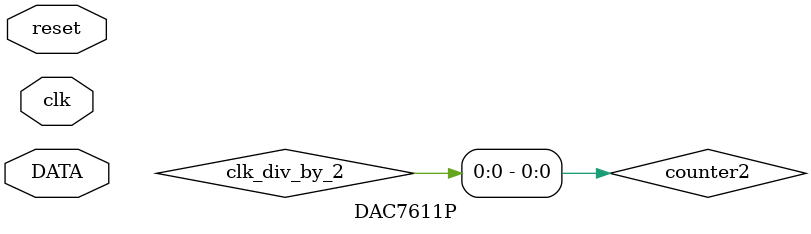
<source format=v>
module DAC7611P(
    input clk, reset,
    input [11:0] DATA
);
    //CS, CLK, SDI, LD, CLR
    //input enable,
    //output CLK;
    //output reg CS, SDI, LD, CLR;

    reg [5:0] state;
    reg [5:0] nextstate;

    always@(posedge clk or negedge reset) begin
        if(!reset)
            state <= 6'd0;
        else
            state <= nextstate;
    end

    always@(*) begin
        case(state)
        6'd0: nextstate = 6'd1;
        6'd1: nextstate = 6'd2;
        6'd2: nextstate = 6'd3;
        6'd3: nextstate = 6'd4;
        6'd4: nextstate = 6'd5;
        6'd5: nextstate = 6'd6;
        6'd6: nextstate = 6'd7;
        6'd7: nextstate = 6'd8;
        6'd8: nextstate = 6'd9;
        6'd9: nextstate = 6'd10;
        6'd10: nextstate = 6'd11;
        6'd11: nextstate = 6'd12;
        6'd12: nextstate = 6'd13;
        6'd13: nextstate = 6'd14;
        6'd14: nextstate = 6'd15;
        6'd15: nextstate = 6'd16;
        6'd16: nextstate = 6'd17;
        6'd17: nextstate = 6'd18;
        6'd18: nextstate = 6'd19;
        6'd19: nextstate = 6'd20;
        6'd20: nextstate = 6'd21;
        6'd21: nextstate = 6'd22;
        6'd22: nextstate = 6'd23;
        6'd23: nextstate = 6'd24;
        6'd24: nextstate = 6'd25;
        6'd25: nextstate = 6'd26;
        6'd26: nextstate = 6'd27;
        6'd27: nextstate = 6'd28;
        6'd28: nextstate = 6'd29;
        6'd29: nextstate = 6'd30;
        6'd30: nextstate = 6'd31;
        6'd31: nextstate = 6'd32;
        6'd32: nextstate = 6'd33;
        6'd33: nextstate = 6'd34;
        6'd34: nextstate = 6'd35;
        6'd35: nextstate = 6'd36;
        6'd36: nextstate = 6'd37;
        6'd37: nextstate = 6'd38;
        6'd38: nextstate = 6'd39;
        6'd39: nextstate = 6'd40;
        6'd40: nextstate = 6'd41;
        6'd41: nextstate = 6'd42;
        6'd42: nextstate = 6'd43;
        6'd43: nextstate = 6'd44;
        6'd44: nextstate = 6'd45;
        6'd45: nextstate = 6'd46;
        6'd46: nextstate = 6'd47;
        6'd47: nextstate = 6'd48;
        6'd48: nextstate = 6'd49;
        6'd49: nextstate = 6'd50;
        6'd50: nextstate = 6'd51;
        6'd51: nextstate = 6'd52;
        6'd52: nextstate = 6'd53;
        6'd53: nextstate = 6'd54;
        6'd54: nextstate = 6'd55;
        6'd55: nextstate = 6'd56;
        6'd56: nextstate = 6'd57;
        6'd57: nextstate = 6'd58;
        6'd58: nextstate = 6'd59;
        6'd59: nextstate = 6'd60;
        6'd60: nextstate = 6'd61;
        6'd61: nextstate = 6'd62;
        6'd62: nextstate = 6'd63;
        6'd63: nextstate = 6'd0;
        default: nextstate = 6'd0;
        endcase
    end

    wire clk_div_by_2;
    reg [1:0] counter2;

    always@(posedge clk or negedge reset) begin
        if(!reset)
            counter2 <= 2'b0;
        else
            counter2 <= counter2 + 1'b1;
    end

    assign clk_div_by_2 = counter2[0];

endmodule
</source>
